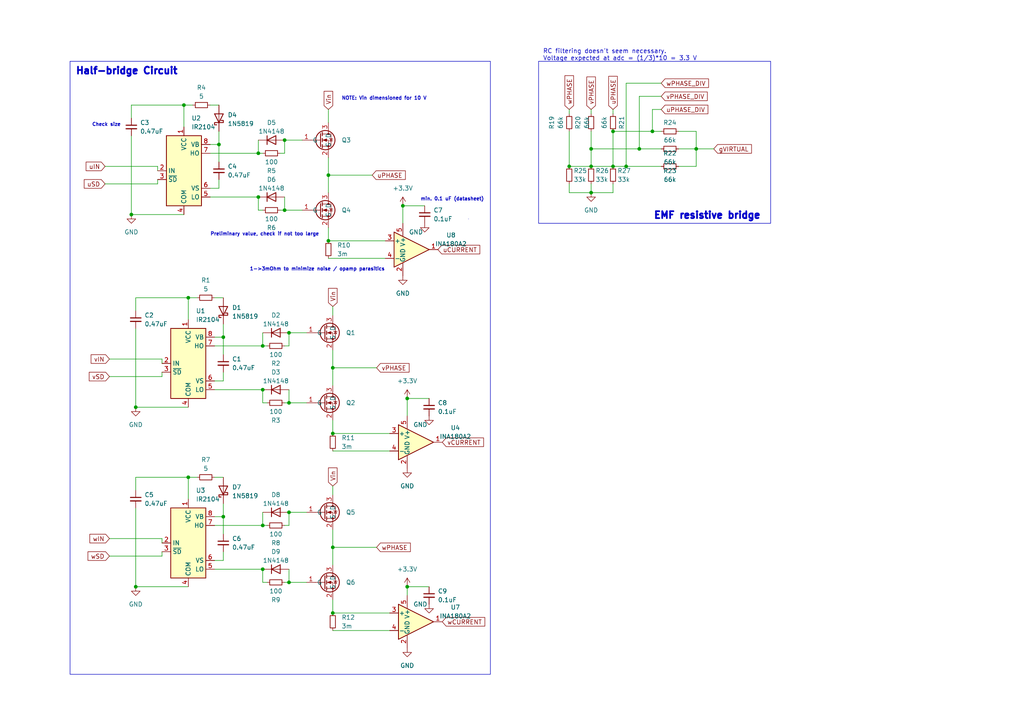
<source format=kicad_sch>
(kicad_sch (version 20230121) (generator eeschema)
  (paper "A4")
  (lib_symbols
    (symbol "Amplifier_Current:INA180A2" (pin_names (offset 0.127))
      (property "Reference" "U" (at 3.81 3.81 0))
      (property "Value" "INA180A2" (at 3.81 -2.54 0))
      (symbol "INA180A2_0_1"
        (polyline (pts (xy 5.08 0) (xy -5.08 5.08) (xy -5.08 -5.08) (xy 5.08 0)) (stroke (width 0.254)) (fill (type background)))
      )
      (symbol "INA180A2_1_1"
        (pin output line (at 7.62 0 180) (length 2.54) (name "~") (number "1"))
        (pin power_in line (at -2.54 -7.62 90) (length 3.81) (name "GND") (number "2"))
        (pin input line (at -7.62 2.54 0) (length 2.54) (name "+") (number "3"))
        (pin input line (at -7.62 -2.54 0) (length 2.54) (name "-") (number "4"))
        (pin power_in line (at -2.54 7.62 270) (length 3.81) (name "V+") (number "5"))
      )
    )
    (symbol "Device:C_Small" (pin_numbers hide) (pin_names (offset 0.254) hide)
      (property "Reference" "C" (at 0.254 1.778 0))
      (property "Value" "C_Small" (at 0.254 -2.032 0))
      (symbol "C_Small_0_1"
        (polyline (pts (xy -1.524 -0.508) (xy 1.524 -0.508)) (stroke (width 0.3302)))
        (polyline (pts (xy -1.524 0.508) (xy 1.524 0.508)) (stroke (width 0.3048)))
      )
      (symbol "C_Small_1_1"
        (pin passive line (at 0 2.54 270) (length 2.032) (name "~") (number "1"))
        (pin passive line (at 0 -2.54 90) (length 2.032) (name "~") (number "2"))
      )
    )
    (symbol "Device:R_Small" (pin_numbers hide) (pin_names (offset 0.254) hide)
      (property "Reference" "R" (at 0.762 0.508 0))
      (property "Value" "R_Small" (at 0.762 -1.016 0))
      (symbol "R_Small_0_1"
        (rectangle (start -0.762 1.778) (end 0.762 -1.778) (stroke (width 0.2032)))
      )
      (symbol "R_Small_1_1"
        (pin passive line (at 0 2.54 270) (length 0.762) (name "~") (number "1"))
        (pin passive line (at 0 -2.54 90) (length 0.762) (name "~") (number "2"))
      )
    )
    (symbol "Diode:1N4148" (pin_numbers hide) (pin_names hide)
      (property "Reference" "D" (at 0 2.54 0))
      (property "Value" "1N4148" (at 0 -2.54 0))
      (symbol "1N4148_0_1"
        (polyline (pts (xy -1.27 1.27) (xy -1.27 -1.27)) (stroke (width 0.254)))
        (polyline (pts (xy 1.27 0) (xy -1.27 0)))
        (polyline (pts (xy 1.27 1.27) (xy 1.27 -1.27) (xy -1.27 0) (xy 1.27 1.27)) (stroke (width 0.254)))
      )
      (symbol "1N4148_1_1"
        (pin passive line (at -3.81 0 0) (length 2.54) (name "K") (number "1"))
        (pin passive line (at 3.81 0 180) (length 2.54) (name "A") (number "2"))
      )
    )
    (symbol "Diode:1N5819" (pin_numbers hide) (pin_names (offset 1.016) hide)
      (property "Reference" "D" (at 0 2.54 0))
      (property "Value" "1N5819" (at 0 -2.54 0))
      (symbol "1N5819_0_1"
        (polyline (pts (xy 1.27 0) (xy -1.27 0)))
        (polyline (pts (xy 1.27 1.27) (xy 1.27 -1.27) (xy -1.27 0) (xy 1.27 1.27)) (stroke (width 0.254)))
        (polyline (pts (xy -1.905 0.635) (xy -1.905 1.27) (xy -1.27 1.27) (xy -1.27 -1.27) (xy -0.635 -1.27) (xy -0.635 -0.635)) (stroke (width 0.254)))
      )
      (symbol "1N5819_1_1"
        (pin passive line (at -3.81 0 0) (length 2.54) (name "K") (number "1"))
        (pin passive line (at 3.81 0 180) (length 2.54) (name "A") (number "2"))
      )
    )
    (symbol "Driver_FET:IR2104"
      (property "Reference" "U" (at 1.27 13.335 0))
      (property "Value" "IR2104" (at 1.27 11.43 0))
      (symbol "IR2104_0_1"
        (rectangle (start -5.08 -10.16) (end 5.08 10.16) (stroke (width 0.254)) (fill (type background)))
      )
      (symbol "IR2104_1_1"
        (pin power_in line (at 0 12.7 270) (length 2.54) (name "VCC") (number "1"))
        (pin input line (at -7.62 0 0) (length 2.54) (name "IN") (number "2"))
        (pin input line (at -7.62 -2.54 0) (length 2.54) (name "~{SD}") (number "3"))
        (pin power_in line (at 0 -12.7 90) (length 2.54) (name "COM") (number "4"))
        (pin output line (at 7.62 -7.62 180) (length 2.54) (name "LO") (number "5"))
        (pin passive line (at 7.62 -5.08 180) (length 2.54) (name "VS") (number "6"))
        (pin output line (at 7.62 5.08 180) (length 2.54) (name "HO") (number "7"))
        (pin passive line (at 7.62 7.62 180) (length 2.54) (name "VB") (number "8"))
      )
    )
    (symbol "bldc_lib:IRFZ44N"
      (property "Reference" "Q" (at -11.43 -8.89 0))
      (symbol "IRFZ44N_0_1"
        (circle (center -0.889 0) (radius 2.794) (stroke (width 0.254)))
        (circle (center 0 -1.778) (radius 0.254) (fill (type outline)))
        (polyline (pts (xy -2.286 0) (xy -5.08 0)))
        (polyline (pts (xy -2.286 1.905) (xy -2.286 -1.905)) (stroke (width 0.254)))
        (polyline (pts (xy -1.778 -1.27) (xy -1.778 -2.286)) (stroke (width 0.254)))
        (polyline (pts (xy -1.778 0.508) (xy -1.778 -0.508)) (stroke (width 0.254)))
        (polyline (pts (xy -1.778 2.286) (xy -1.778 1.27)) (stroke (width 0.254)))
        (polyline (pts (xy 0 2.54) (xy 0 1.778)))
        (polyline (pts (xy 0 -2.54) (xy 0 0) (xy -1.778 0)))
        (polyline (pts (xy -1.778 -1.778) (xy 0.762 -1.778) (xy 0.762 1.778) (xy -1.778 1.778)))
        (polyline (pts (xy -1.524 0) (xy -0.508 0.381) (xy -0.508 -0.381) (xy -1.524 0)) (fill (type outline)))
        (polyline (pts (xy 0.254 0.508) (xy 0.381 0.381) (xy 1.143 0.381) (xy 1.27 0.254)))
        (polyline (pts (xy 0.762 0.381) (xy 0.381 -0.254) (xy 1.143 -0.254) (xy 0.762 0.381)))
        (circle (center 0 1.778) (radius 0.254) (fill (type outline)))
      )
      (symbol "IRFZ44N_1_1"
        (pin input line (at -7.62 0 0) (length 2.54) (name "G") (number "1"))
        (pin passive line (at 0 -5.08 90) (length 2.54) (name "S") (number "2"))
        (pin passive line (at 0 5.08 270) (length 2.54) (name "D") (number "3"))
      )
    )
    (symbol "power:+3.3V" (power) (pin_names (offset 0))
      (property "Value" "+3.3V" (at 0 3.556 0))
      (symbol "+3.3V_0_1"
        (polyline (pts (xy -0.762 1.27) (xy 0 2.54)))
        (polyline (pts (xy 0 0) (xy 0 2.54)))
        (polyline (pts (xy 0 2.54) (xy 0.762 1.27)))
      )
      (symbol "+3.3V_1_1"
        (pin power_in line (at 0 0 90) (length 0) hide (name "+3.3V") (number "1"))
      )
    )
    (symbol "power:GND" (power) (pin_names (offset 0))
      (property "Value" "GND" (at 0 -3.81 0))
      (symbol "GND_0_1"
        (polyline (pts (xy 0 0) (xy 0 -1.27) (xy 1.27 -1.27) (xy 0 -2.54) (xy -1.27 -1.27) (xy 0 -1.27)))
      )
      (symbol "GND_1_1"
        (pin power_in line (at 0 0 270) (length 0) hide (name "GND") (number "1"))
      )
    )
  )
  (junction (at 189.23 38.1))
  (junction (at 64.77 149.86))
  (junction (at 53.34 30.48))
  (junction (at 165.1 48.26))
  (junction (at 39.37 118.11))
  (junction (at 64.77 97.79))
  (junction (at 76.2 113.03))
  (junction (at 95.25 69.85))
  (junction (at 118.11 115.57))
  (junction (at 96.52 177.8))
  (junction (at 83.82 96.52))
  (junction (at 118.11 170.18))
  (junction (at 116.84 59.69))
  (junction (at 83.82 116.84))
  (junction (at 38.1 62.23))
  (junction (at 181.61 48.26))
  (junction (at 54.61 138.43))
  (junction (at 171.45 43.18))
  (junction (at 74.93 57.15))
  (junction (at 96.52 106.68))
  (junction (at 171.45 55.88))
  (junction (at 76.2 100.33))
  (junction (at 185.42 43.18))
  (junction (at 83.82 148.59))
  (junction (at 177.8 38.1))
  (junction (at 95.25 50.8))
  (junction (at 76.2 165.1))
  (junction (at 171.45 48.26))
  (junction (at 82.55 60.96))
  (junction (at 96.52 158.75))
  (junction (at 82.55 40.64))
  (junction (at 177.8 48.26))
  (junction (at 96.52 125.73))
  (junction (at 83.82 168.91))
  (junction (at 63.5 41.91))
  (junction (at 54.61 86.36))
  (junction (at 201.93 43.18))
  (junction (at 76.2 152.4))
  (junction (at 74.93 44.45))
  (junction (at 39.37 170.18))
  (wire (pts (xy 191.77 24.13) (xy 181.61 24.13)))
  (wire (pts (xy 63.5 46.99) (xy 63.5 41.91)))
  (wire (pts (xy 60.96 41.91) (xy 63.5 41.91)))
  (wire (pts (xy 53.34 30.48) (xy 53.34 36.83)))
  (wire (pts (xy 95.25 50.8) (xy 95.25 55.88)))
  (wire (pts (xy 60.96 54.61) (xy 63.5 54.61)))
  (wire (pts (xy 95.25 69.85) (xy 111.76 69.85)))
  (wire (pts (xy 201.93 43.18) (xy 196.85 43.18)))
  (wire (pts (xy 171.45 48.26) (xy 177.8 48.26)))
  (wire (pts (xy 76.2 60.96) (xy 74.93 60.96)))
  (wire (pts (xy 39.37 118.11) (xy 54.61 118.11)))
  (wire (pts (xy 76.2 168.91) (xy 76.2 165.1)))
  (wire (pts (xy 82.55 116.84) (xy 83.82 116.84)))
  (wire (pts (xy 201.93 38.1) (xy 196.85 38.1)))
  (wire (pts (xy 45.72 48.26) (xy 45.72 49.53)))
  (wire (pts (xy 74.93 60.96) (xy 74.93 57.15)))
  (wire (pts (xy 39.37 170.18) (xy 54.61 170.18)))
  (wire (pts (xy 118.11 170.18) (xy 124.46 170.18)))
  (wire (pts (xy 189.23 31.75) (xy 189.23 38.1)))
  (wire (pts (xy 39.37 138.43) (xy 54.61 138.43)))
  (wire (pts (xy 165.1 38.1) (xy 165.1 48.26)))
  (wire (pts (xy 177.8 31.75) (xy 177.8 33.02)))
  (wire (pts (xy 96.52 158.75) (xy 96.52 163.83)))
  (wire (pts (xy 46.99 104.14) (xy 46.99 105.41)))
  (wire (pts (xy 165.1 31.75) (xy 165.1 33.02)))
  (wire (pts (xy 38.1 62.23) (xy 53.34 62.23)))
  (wire (pts (xy 83.82 96.52) (xy 88.9 96.52)))
  (wire (pts (xy 77.47 116.84) (xy 76.2 116.84)))
  (wire (pts (xy 177.8 48.26) (xy 181.61 48.26)))
  (wire (pts (xy 96.52 182.88) (xy 113.03 182.88)))
  (wire (pts (xy 39.37 90.17) (xy 39.37 86.36)))
  (wire (pts (xy 201.93 48.26) (xy 196.85 48.26)))
  (wire (pts (xy 83.82 148.59) (xy 88.9 148.59)))
  (wire (pts (xy 185.42 43.18) (xy 191.77 43.18)))
  (wire (pts (xy 31.75 161.29) (xy 46.99 161.29)))
  (wire (pts (xy 96.52 177.8) (xy 113.03 177.8)))
  (wire (pts (xy 165.1 53.34) (xy 165.1 55.88)))
  (wire (pts (xy 77.47 168.91) (xy 76.2 168.91)))
  (wire (pts (xy 83.82 148.59) (xy 83.82 152.4)))
  (wire (pts (xy 62.23 97.79) (xy 64.77 97.79)))
  (wire (pts (xy 39.37 147.32) (xy 39.37 170.18)))
  (wire (pts (xy 39.37 142.24) (xy 39.37 138.43)))
  (wire (pts (xy 46.99 161.29) (xy 46.99 160.02)))
  (wire (pts (xy 62.23 113.03) (xy 76.2 113.03)))
  (wire (pts (xy 189.23 38.1) (xy 191.77 38.1)))
  (wire (pts (xy 64.77 154.94) (xy 64.77 149.86)))
  (wire (pts (xy 76.2 152.4) (xy 77.47 152.4)))
  (wire (pts (xy 82.55 40.64) (xy 87.63 40.64)))
  (wire (pts (xy 177.8 53.34) (xy 177.8 55.88)))
  (wire (pts (xy 82.55 60.96) (xy 82.55 57.15)))
  (wire (pts (xy 54.61 138.43) (xy 54.61 144.78)))
  (wire (pts (xy 96.52 121.92) (xy 96.52 125.73)))
  (wire (pts (xy 31.75 104.14) (xy 46.99 104.14)))
  (wire (pts (xy 64.77 146.05) (xy 64.77 149.86)))
  (wire (pts (xy 191.77 27.94) (xy 185.42 27.94)))
  (wire (pts (xy 96.52 158.75) (xy 109.22 158.75)))
  (wire (pts (xy 62.23 86.36) (xy 64.77 86.36)))
  (wire (pts (xy 83.82 96.52) (xy 83.82 100.33)))
  (wire (pts (xy 82.55 152.4) (xy 83.82 152.4)))
  (wire (pts (xy 74.93 40.64) (xy 74.93 44.45)))
  (wire (pts (xy 165.1 48.26) (xy 171.45 48.26)))
  (wire (pts (xy 83.82 168.91) (xy 88.9 168.91)))
  (wire (pts (xy 83.82 116.84) (xy 88.9 116.84)))
  (wire (pts (xy 76.2 116.84) (xy 76.2 113.03)))
  (wire (pts (xy 165.1 55.88) (xy 171.45 55.88)))
  (wire (pts (xy 38.1 39.37) (xy 38.1 62.23)))
  (wire (pts (xy 96.52 130.81) (xy 113.03 130.81)))
  (wire (pts (xy 116.84 59.69) (xy 123.19 59.69)))
  (wire (pts (xy 82.55 60.96) (xy 87.63 60.96)))
  (wire (pts (xy 82.55 168.91) (xy 83.82 168.91)))
  (wire (pts (xy 96.52 101.6) (xy 96.52 106.68)))
  (wire (pts (xy 62.23 110.49) (xy 64.77 110.49)))
  (wire (pts (xy 191.77 31.75) (xy 189.23 31.75)))
  (wire (pts (xy 76.2 100.33) (xy 77.47 100.33)))
  (wire (pts (xy 201.93 38.1) (xy 201.93 43.18)))
  (wire (pts (xy 62.23 100.33) (xy 76.2 100.33)))
  (wire (pts (xy 96.52 140.97) (xy 96.52 143.51)))
  (wire (pts (xy 96.52 88.9) (xy 96.52 91.44)))
  (wire (pts (xy 116.84 59.69) (xy 116.84 64.77)))
  (wire (pts (xy 60.96 44.45) (xy 74.93 44.45)))
  (wire (pts (xy 171.45 31.75) (xy 171.45 33.02)))
  (wire (pts (xy 31.75 156.21) (xy 46.99 156.21)))
  (wire (pts (xy 62.23 152.4) (xy 76.2 152.4)))
  (wire (pts (xy 64.77 93.98) (xy 64.77 97.79)))
  (wire (pts (xy 96.52 153.67) (xy 96.52 158.75)))
  (wire (pts (xy 81.28 60.96) (xy 82.55 60.96)))
  (wire (pts (xy 118.11 115.57) (xy 118.11 120.65)))
  (wire (pts (xy 46.99 156.21) (xy 46.99 157.48)))
  (wire (pts (xy 177.8 55.88) (xy 171.45 55.88)))
  (wire (pts (xy 95.25 74.93) (xy 111.76 74.93)))
  (wire (pts (xy 83.82 168.91) (xy 83.82 165.1)))
  (wire (pts (xy 54.61 86.36) (xy 54.61 92.71)))
  (wire (pts (xy 81.28 44.45) (xy 82.55 44.45)))
  (wire (pts (xy 64.77 102.87) (xy 64.77 97.79)))
  (wire (pts (xy 60.96 57.15) (xy 74.93 57.15)))
  (wire (pts (xy 201.93 43.18) (xy 207.01 43.18)))
  (wire (pts (xy 96.52 106.68) (xy 96.52 111.76)))
  (wire (pts (xy 181.61 24.13) (xy 181.61 48.26)))
  (wire (pts (xy 96.52 173.99) (xy 96.52 177.8)))
  (wire (pts (xy 62.23 138.43) (xy 64.77 138.43)))
  (wire (pts (xy 96.52 125.73) (xy 113.03 125.73)))
  (wire (pts (xy 171.45 43.18) (xy 185.42 43.18)))
  (wire (pts (xy 83.82 116.84) (xy 83.82 113.03)))
  (wire (pts (xy 177.8 38.1) (xy 189.23 38.1)))
  (wire (pts (xy 64.77 160.02) (xy 64.77 162.56)))
  (wire (pts (xy 62.23 149.86) (xy 64.77 149.86)))
  (wire (pts (xy 31.75 109.22) (xy 46.99 109.22)))
  (wire (pts (xy 82.55 40.64) (xy 82.55 44.45)))
  (wire (pts (xy 95.25 45.72) (xy 95.25 50.8)))
  (wire (pts (xy 30.48 53.34) (xy 45.72 53.34)))
  (wire (pts (xy 62.23 162.56) (xy 64.77 162.56)))
  (wire (pts (xy 185.42 27.94) (xy 185.42 43.18)))
  (wire (pts (xy 96.52 106.68) (xy 109.22 106.68)))
  (wire (pts (xy 63.5 52.07) (xy 63.5 54.61)))
  (wire (pts (xy 62.23 165.1) (xy 76.2 165.1)))
  (wire (pts (xy 46.99 109.22) (xy 46.99 107.95)))
  (wire (pts (xy 30.48 48.26) (xy 45.72 48.26)))
  (wire (pts (xy 74.93 44.45) (xy 76.2 44.45)))
  (wire (pts (xy 95.25 31.75) (xy 95.25 35.56)))
  (wire (pts (xy 118.11 170.18) (xy 118.11 172.72)))
  (wire (pts (xy 45.72 53.34) (xy 45.72 52.07)))
  (wire (pts (xy 38.1 34.29) (xy 38.1 30.48)))
  (wire (pts (xy 38.1 30.48) (xy 53.34 30.48)))
  (wire (pts (xy 82.55 100.33) (xy 83.82 100.33)))
  (wire (pts (xy 118.11 115.57) (xy 124.46 115.57)))
  (wire (pts (xy 57.15 138.43) (xy 54.61 138.43)))
  (wire (pts (xy 177.8 38.1) (xy 177.8 48.26)))
  (wire (pts (xy 55.88 30.48) (xy 53.34 30.48)))
  (wire (pts (xy 171.45 53.34) (xy 171.45 55.88)))
  (wire (pts (xy 171.45 38.1) (xy 171.45 43.18)))
  (wire (pts (xy 76.2 148.59) (xy 76.2 152.4)))
  (wire (pts (xy 95.25 66.04) (xy 95.25 69.85)))
  (wire (pts (xy 39.37 95.25) (xy 39.37 118.11)))
  (wire (pts (xy 39.37 86.36) (xy 54.61 86.36)))
  (wire (pts (xy 181.61 48.26) (xy 191.77 48.26)))
  (wire (pts (xy 76.2 96.52) (xy 76.2 100.33)))
  (wire (pts (xy 171.45 43.18) (xy 171.45 48.26)))
  (wire (pts (xy 95.25 50.8) (xy 107.95 50.8)))
  (wire (pts (xy 57.15 86.36) (xy 54.61 86.36)))
  (wire (pts (xy 64.77 107.95) (xy 64.77 110.49)))
  (wire (pts (xy 201.93 43.18) (xy 201.93 48.26)))
  (wire (pts (xy 63.5 38.1) (xy 63.5 41.91)))
  (wire (pts (xy 60.96 30.48) (xy 63.5 30.48)))
  (rectangle (start 20.32 17.78) (end 142.24 195.58))
  (rectangle (start 156.21 17.78) (end 223.52 64.77))
  (text_box "Half-bridge Circuit" (at 20.32 17.78 0) (size 35.56 5.08) (stroke (width -0.0001)) (effects (font (size 2 2) (thickness 2) bold) (justify left top)))
  (text_box "EMF resistive bridge" (at 187.96 59.69 0) (size 40.64 5.08) (stroke (width -0.0001)) (effects (font (size 2 2) (thickness 2) bold) (justify left top)))
  (text_box "" (at 135.89 63.5 0) (size 0 0) (effects (font (size 1 1) bold) (justify left top)))
  (text "RC filtering doesn't seem necessary.\nVoltage expected at adc = (1/3)*10 = 3.3 V\n" (at 157.48 17.78 0) (effects (font (size 1.27 1.27)) (justify left bottom)))
  (text "Check size" (at 26.67 36.83 0) (effects (font (size 1 1) bold) (justify left bottom)))
  (text "Preliminary value, check if not too large" (at 60.96 68.58 0) (effects (font (size 1 1) bold) (justify left bottom)))
  (text "min. 0.1 uF (datasheet)\n" (at 121.92 58.42 0) (effects (font (size 1 1) bold) (justify left bottom)))
  (text "1->3mOhm to minimize noise / opamp parasitics" (at 72.39 78.74 0) (effects (font (size 1 1) bold) (justify left bottom)))
  (text "NOTE: Vin dimensioned for 10 V\n" (at 99.06 29.21 0) (effects (font (size 1 1) bold) (justify left bottom)))
  (global_label "wPHASE_DIV" (shape input) (at 191.77 24.13 0) (property "Intersheetrefs" "${INTERSHEET_REFS}" (effects hide)))
  (global_label "wCURRENT" (shape input) (at 128.27 180.34 0) (property "Intersheetrefs" "${INTERSHEET_REFS}" (effects hide)))
  (global_label "uIN" (shape input) (at 30.48 48.26 180) (property "Intersheetrefs" "${INTERSHEET_REFS}" (effects hide)))
  (global_label "gVIRTUAL" (shape input) (at 207.01 43.18 0) (property "Intersheetrefs" "${INTERSHEET_REFS}" (effects hide)))
  (global_label "wPHASE" (shape input) (at 109.22 158.75 0) (property "Intersheetrefs" "${INTERSHEET_REFS}" (effects hide)))
  (global_label "Vin" (shape input) (at 96.52 88.9 90) (property "Intersheetrefs" "${INTERSHEET_REFS}" (effects hide)))
  (global_label "vPHASE_DIV" (shape input) (at 191.77 27.94 0) (property "Intersheetrefs" "${INTERSHEET_REFS}" (effects hide)))
  (global_label "wIN" (shape input) (at 31.75 156.21 180) (property "Intersheetrefs" "${INTERSHEET_REFS}" (effects hide)))
  (global_label "Vin" (shape input) (at 96.52 140.97 90) (property "Intersheetrefs" "${INTERSHEET_REFS}" (effects hide)))
  (global_label "uPHASE" (shape input) (at 107.95 50.8 0) (property "Intersheetrefs" "${INTERSHEET_REFS}" (effects hide)))
  (global_label "vIN" (shape input) (at 31.75 104.14 180) (property "Intersheetrefs" "${INTERSHEET_REFS}" (effects hide)))
  (global_label "uPHASE_DIV" (shape input) (at 191.77 31.75 0) (property "Intersheetrefs" "${INTERSHEET_REFS}" (effects hide)))
  (global_label "vSD" (shape input) (at 31.75 109.22 180) (property "Intersheetrefs" "${INTERSHEET_REFS}" (effects hide)))
  (global_label "vPHASE" (shape input) (at 171.45 31.75 90) (property "Intersheetrefs" "${INTERSHEET_REFS}" (effects hide)))
  (global_label "uSD" (shape input) (at 30.48 53.34 180) (property "Intersheetrefs" "${INTERSHEET_REFS}" (effects hide)))
  (global_label "wPHASE" (shape input) (at 165.1 31.75 90) (property "Intersheetrefs" "${INTERSHEET_REFS}" (effects hide)))
  (global_label "Vin" (shape input) (at 95.25 31.75 90) (property "Intersheetrefs" "${INTERSHEET_REFS}" (effects hide)))
  (global_label "wSD" (shape input) (at 31.75 161.29 180) (property "Intersheetrefs" "${INTERSHEET_REFS}" (effects hide)))
  (global_label "vPHASE" (shape input) (at 109.22 106.68 0) (property "Intersheetrefs" "${INTERSHEET_REFS}" (effects hide)))
  (global_label "uPHASE" (shape input) (at 177.8 31.75 90) (property "Intersheetrefs" "${INTERSHEET_REFS}" (effects hide)))
  (global_label "uCURRENT" (shape input) (at 127 72.39 0) (property "Intersheetrefs" "${INTERSHEET_REFS}" (effects hide)))
  (global_label "vCURRENT" (shape input) (at 128.27 128.27 0) (property "Intersheetrefs" "${INTERSHEET_REFS}" (effects hide)))
  (symbol (lib_id "Device:R_Small") (at 80.01 116.84 90) (unit 1)
    (property "Reference" "R3" (at 80.01 121.92 90))
    (property "Value" "100" (at 80.01 119.38 90))
  )
  (symbol (lib_id "power:+3.3V") (at 118.11 170.18 0) (unit 1)
    (property "Reference" "#PWR05" (effects hide))
    (property "Value" "+3.3V" (at 118.11 165.1 0))
  )
  (symbol (lib_id "Device:R_Small") (at 165.1 50.8 180) (unit 1)
    (property "Reference" "R25" (at 166.37 49.53 0) (effects (justify right)))
    (property "Value" "33k" (at 166.37 52.07 0) (effects (justify right)))
  )
  (symbol (lib_id "bldc_lib:IRFZ44N") (at 96.52 96.52 0) (unit 1)
    (property "Reference" "Q1" (at 100.33 96.52 0) (effects (justify left)))
    (property "Value" "IRFZ44N" (effects hide))
    (property "Footprint" "Package_TO_SOT_THT:TO-220-3_Vertical" (effects hide))
    (property "Datasheet" "https://www.infineon.com/dgdl/Infineon-IRFZ44N-DataSheet-v01_01-EN.pdf?fileId=5546d462533600a40153563b3a9f220d" (effects hide))
    (property "Sim.Library" "/home/iwolfs/Projects/Electronics/simulations/spice_lib/irfz44n.spi" (effects hide))
  )
  (symbol (lib_id "Diode:1N4148") (at 80.01 113.03 0) (unit 1)
    (property "Reference" "D3" (at 80.01 107.95 0))
    (property "Value" "1N4148" (at 80.01 110.49 0))
    (property "Footprint" "Diode_THT:D_DO-35_SOD27_P7.62mm_Horizontal" (effects hide))
    (property "Datasheet" "https://assets.nexperia.com/documents/data-sheet/1N4148_1N4448.pdf" (effects hide))
    (property "Sim.Device" "D" (effects hide))
    (property "Sim.Pins" "1=K 2=A" (effects hide))
  )
  (symbol (lib_id "Diode:1N4148") (at 78.74 40.64 0) (unit 1)
    (property "Reference" "D5" (at 78.74 35.56 0))
    (property "Value" "1N4148" (at 78.74 38.1 0))
    (property "Footprint" "Diode_THT:D_DO-35_SOD27_P7.62mm_Horizontal" (effects hide))
    (property "Datasheet" "https://assets.nexperia.com/documents/data-sheet/1N4148_1N4448.pdf" (effects hide))
    (property "Sim.Device" "D" (effects hide))
    (property "Sim.Pins" "1=K 2=A" (effects hide))
  )
  (symbol (lib_id "Device:R_Small") (at 171.45 50.8 180) (unit 1)
    (property "Reference" "R26" (at 172.72 49.53 0) (effects (justify right)))
    (property "Value" "33k" (at 172.72 52.07 0) (effects (justify right)))
  )
  (symbol (lib_id "Device:C_Small") (at 39.37 144.78 0) (unit 1)
    (property "Reference" "C5" (at 41.91 143.5163 0) (effects (justify left)))
    (property "Value" "0.47uF" (at 41.91 146.0563 0) (effects (justify left)))
  )
  (symbol (lib_id "Device:R_Small") (at 58.42 30.48 90) (unit 1)
    (property "Reference" "R4" (at 58.42 25.4 90))
    (property "Value" "5" (at 58.42 27.94 90))
  )
  (symbol (lib_id "Diode:1N4148") (at 80.01 96.52 0) (unit 1)
    (property "Reference" "D2" (at 80.01 91.44 0))
    (property "Value" "1N4148" (at 80.01 93.98 0))
    (property "Footprint" "Diode_THT:D_DO-35_SOD27_P7.62mm_Horizontal" (effects hide))
    (property "Datasheet" "https://assets.nexperia.com/documents/data-sheet/1N4148_1N4448.pdf" (effects hide))
    (property "Sim.Device" "D" (effects hide))
    (property "Sim.Pins" "1=K 2=A" (effects hide))
  )
  (symbol (lib_id "power:GND") (at 118.11 135.89 0) (unit 1)
    (property "Reference" "#PWR07" (effects hide))
    (property "Value" "GND" (at 118.11 140.97 0))
  )
  (symbol (lib_id "power:+3.3V") (at 118.11 115.57 0) (unit 1)
    (property "Reference" "#PWR06" (effects hide))
    (property "Value" "+3.3V" (at 118.11 110.49 0))
  )
  (symbol (lib_id "bldc_lib:IRFZ44N") (at 96.52 148.59 0) (unit 1)
    (property "Reference" "Q5" (at 100.33 148.59 0) (effects (justify left)))
    (property "Value" "IRFZ44N" (effects hide))
    (property "Footprint" "Package_TO_SOT_THT:TO-220-3_Vertical" (effects hide))
    (property "Datasheet" "https://www.infineon.com/dgdl/Infineon-IRFZ44N-DataSheet-v01_01-EN.pdf?fileId=5546d462533600a40153563b3a9f220d" (effects hide))
    (property "Sim.Library" "/home/iwolfs/Projects/Electronics/simulations/spice_lib/irfz44n.spi" (effects hide))
  )
  (symbol (lib_id "Driver_FET:IR2104") (at 53.34 49.53 0) (unit 1)
    (property "Reference" "U2" (at 55.5341 34.29 0) (effects (justify left)))
    (property "Value" "IR2104" (at 55.5341 36.83 0) (effects (justify left)))
    (property "Datasheet" "https://www.infineon.com/dgdl/ir2104.pdf?fileId=5546d462533600a4015355c7c1c31671" (effects hide))
    (property "Sim.Library" "/home/iwolfs/Projects/Electronics/simulations/spice_lib/IR2104/Model/IR2104.lib" (effects hide))
  )
  (symbol (lib_id "bldc_lib:IRFZ44N") (at 95.25 40.64 0) (unit 1)
    (property "Reference" "Q3" (at 99.06 40.64 0) (effects (justify left)))
    (property "Value" "IRFZ44N" (effects hide))
    (property "Footprint" "Package_TO_SOT_THT:TO-220-3_Vertical" (effects hide))
    (property "Datasheet" "https://www.infineon.com/dgdl/Infineon-IRFZ44N-DataSheet-v01_01-EN.pdf?fileId=5546d462533600a40153563b3a9f220d" (effects hide))
    (property "Sim.Library" "/home/iwolfs/Projects/Electronics/simulations/spice_lib/irfz44n.spi" (effects hide))
  )
  (symbol (lib_id "Device:C_Small") (at 63.5 49.53 0) (unit 1)
    (property "Reference" "C4" (at 66.04 48.2663 0) (effects (justify left)))
    (property "Value" "0.47uF" (at 66.04 50.8063 0) (effects (justify left)))
  )
  (symbol (lib_id "power:+3.3V") (at 116.84 59.69 0) (unit 1)
    (property "Reference" "#PWR08" (effects hide))
    (property "Value" "+3.3V" (at 116.84 54.61 0))
  )
  (symbol (lib_id "Diode:1N4148") (at 80.01 148.59 0) (unit 1)
    (property "Reference" "D8" (at 80.01 143.51 0))
    (property "Value" "1N4148" (at 80.01 146.05 0))
    (property "Footprint" "Diode_THT:D_DO-35_SOD27_P7.62mm_Horizontal" (effects hide))
    (property "Datasheet" "https://assets.nexperia.com/documents/data-sheet/1N4148_1N4448.pdf" (effects hide))
    (property "Sim.Device" "D" (effects hide))
    (property "Sim.Pins" "1=K 2=A" (effects hide))
  )
  (symbol (lib_id "power:GND") (at 124.46 175.26 0) (unit 1)
    (property "Reference" "#PWR012" (effects hide))
    (property "Value" "GND" (at 121.92 175.26 0))
  )
  (symbol (lib_id "Device:R_Small") (at 78.74 44.45 90) (unit 1)
    (property "Reference" "R5" (at 78.74 49.53 90))
    (property "Value" "100" (at 78.74 46.99 90))
  )
  (symbol (lib_id "Device:C_Small") (at 124.46 118.11 0) (unit 1)
    (property "Reference" "C8" (at 127 116.8463 0) (effects (justify left)))
    (property "Value" "0.1uF" (at 127 119.3863 0) (effects (justify left)))
  )
  (symbol (lib_id "Diode:1N4148") (at 80.01 165.1 0) (unit 1)
    (property "Reference" "D9" (at 80.01 160.02 0))
    (property "Value" "1N4148" (at 80.01 162.56 0))
    (property "Footprint" "Diode_THT:D_DO-35_SOD27_P7.62mm_Horizontal" (effects hide))
    (property "Datasheet" "https://assets.nexperia.com/documents/data-sheet/1N4148_1N4448.pdf" (effects hide))
    (property "Sim.Device" "D" (effects hide))
    (property "Sim.Pins" "1=K 2=A" (effects hide))
  )
  (symbol (lib_id "power:GND") (at 39.37 170.18 0) (unit 1)
    (property "Reference" "#PWR03" (effects hide))
    (property "Value" "GND" (at 39.37 175.26 0))
  )
  (symbol (lib_id "Device:R_Small") (at 194.31 48.26 90) (unit 1)
    (property "Reference" "R23" (at 194.31 49.53 90))
    (property "Value" "66k" (at 194.31 52.07 90))
  )
  (symbol (lib_id "Device:R_Small") (at 171.45 35.56 0) (unit 1)
    (property "Reference" "R20" (at 167.64 35.56 90))
    (property "Value" "66k" (at 170.18 35.56 90))
  )
  (symbol (lib_id "power:GND") (at 39.37 118.11 0) (unit 1)
    (property "Reference" "#PWR02" (effects hide))
    (property "Value" "GND" (at 39.37 123.19 0))
  )
  (symbol (lib_id "Device:C_Small") (at 124.46 172.72 0) (unit 1)
    (property "Reference" "C9" (at 127 171.4563 0) (effects (justify left)))
    (property "Value" "0.1uF" (at 127 173.9963 0) (effects (justify left)))
  )
  (symbol (lib_id "Device:C_Small") (at 39.37 92.71 0) (unit 1)
    (property "Reference" "C2" (at 41.91 91.4463 0) (effects (justify left)))
    (property "Value" "0.47uF" (at 41.91 93.9863 0) (effects (justify left)))
  )
  (symbol (lib_id "Device:R_Small") (at 59.69 138.43 90) (unit 1)
    (property "Reference" "R7" (at 59.69 133.35 90))
    (property "Value" "5" (at 59.69 135.89 90))
  )
  (symbol (lib_id "power:GND") (at 171.45 55.88 0) (unit 1)
    (property "Reference" "#PWR013" (effects hide))
    (property "Value" "GND" (at 171.45 60.96 0))
  )
  (symbol (lib_id "Amplifier_Current:INA180A2") (at 120.65 180.34 0) (unit 1)
    (property "Reference" "U7" (at 132.08 176.1491 0))
    (property "Value" "INA180A2" (at 132.08 178.6891 0))
    (property "Footprint" "Package_TO_SOT_SMD:SOT-23-5" (effects hide))
    (property "Datasheet" "http://www.ti.com/lit/ds/symlink/ina180.pdf" (effects hide))
  )
  (symbol (lib_id "Diode:1N5819") (at 64.77 142.24 90) (unit 1)
    (property "Reference" "D7" (at 67.31 141.2875 90) (effects (justify right)))
    (property "Value" "1N5819" (at 67.31 143.8275 90) (effects (justify right)))
    (property "Footprint" "Diode_THT:D_DO-41_SOD81_P10.16mm_Horizontal" (effects hide))
    (property "Datasheet" "http://www.vishay.com/docs/88525/1n5817.pdf" (effects hide))
  )
  (symbol (lib_id "Diode:1N5819") (at 64.77 90.17 90) (unit 1)
    (property "Reference" "D1" (at 67.31 89.2175 90) (effects (justify right)))
    (property "Value" "1N5819" (at 67.31 91.7575 90) (effects (justify right)))
    (property "Footprint" "Diode_THT:D_DO-41_SOD81_P10.16mm_Horizontal" (effects hide))
    (property "Datasheet" "http://www.vishay.com/docs/88525/1n5817.pdf" (effects hide))
  )
  (symbol (lib_id "Device:R_Small") (at 177.8 50.8 180) (unit 1)
    (property "Reference" "R27" (at 179.07 49.53 0) (effects (justify right)))
    (property "Value" "33k" (at 179.07 52.07 0) (effects (justify right)))
  )
  (symbol (lib_id "Device:C_Small") (at 64.77 105.41 0) (unit 1)
    (property "Reference" "C1" (at 67.31 104.1463 0) (effects (justify left)))
    (property "Value" "0.47uF" (at 67.31 106.6863 0) (effects (justify left)))
  )
  (symbol (lib_id "Device:R_Small") (at 80.01 100.33 90) (unit 1)
    (property "Reference" "R2" (at 80.01 105.41 90))
    (property "Value" "100" (at 80.01 102.87 90))
  )
  (symbol (lib_id "Device:C_Small") (at 64.77 157.48 0) (unit 1)
    (property "Reference" "C6" (at 67.31 156.2163 0) (effects (justify left)))
    (property "Value" "0.47uF" (at 67.31 158.7563 0) (effects (justify left)))
  )
  (symbol (lib_id "Driver_FET:IR2104") (at 54.61 157.48 0) (unit 1)
    (property "Reference" "U3" (at 56.8041 142.24 0) (effects (justify left)))
    (property "Value" "IR2104" (at 56.8041 144.78 0) (effects (justify left)))
    (property "Datasheet" "https://www.infineon.com/dgdl/ir2104.pdf?fileId=5546d462533600a4015355c7c1c31671" (effects hide))
    (property "Sim.Library" "/home/iwolfs/Projects/Electronics/simulations/spice_lib/IR2104/Model/IR2104.lib" (effects hide))
  )
  (symbol (lib_id "Device:R_Small") (at 78.74 60.96 90) (unit 1)
    (property "Reference" "R6" (at 78.74 66.04 90))
    (property "Value" "100" (at 78.74 63.5 90))
  )
  (symbol (lib_id "Device:R_Small") (at 80.01 168.91 90) (unit 1)
    (property "Reference" "R9" (at 80.01 173.99 90))
    (property "Value" "100" (at 80.01 171.45 90))
  )
  (symbol (lib_id "Device:R_Small") (at 80.01 152.4 90) (unit 1)
    (property "Reference" "R8" (at 80.01 157.48 90))
    (property "Value" "100" (at 80.01 154.94 90))
  )
  (symbol (lib_id "bldc_lib:IRFZ44N") (at 96.52 116.84 0) (unit 1)
    (property "Reference" "Q2" (at 100.33 116.84 0) (effects (justify left)))
    (property "Value" "IRFZ44N" (effects hide))
    (property "Footprint" "Package_TO_SOT_THT:TO-220-3_Vertical" (effects hide))
    (property "Datasheet" "https://www.infineon.com/dgdl/Infineon-IRFZ44N-DataSheet-v01_01-EN.pdf?fileId=5546d462533600a40153563b3a9f220d" (effects hide))
    (property "Sim.Library" "/home/iwolfs/Projects/Electronics/simulations/spice_lib/irfz44n.spi" (effects hide))
  )
  (symbol (lib_id "Device:R_Small") (at 165.1 35.56 0) (unit 1)
    (property "Reference" "R19" (at 160.02 35.56 90))
    (property "Value" "66k" (at 162.56 35.56 90))
  )
  (symbol (lib_id "power:GND") (at 124.46 120.65 0) (unit 1)
    (property "Reference" "#PWR011" (effects hide))
    (property "Value" "GND" (at 121.92 123.19 0))
  )
  (symbol (lib_id "Device:R_Small") (at 194.31 43.18 90) (unit 1)
    (property "Reference" "R22" (at 194.31 44.45 90))
    (property "Value" "66k" (at 194.31 46.99 90))
  )
  (symbol (lib_id "Device:R_Small") (at 96.52 180.34 0) (unit 1)
    (property "Reference" "R12" (at 99.06 179.07 0) (effects (justify left)))
    (property "Value" "3m" (at 99.06 181.61 0) (effects (justify left)))
  )
  (symbol (lib_id "power:GND") (at 123.19 64.77 0) (unit 1)
    (property "Reference" "#PWR010" (effects hide))
    (property "Value" "GND" (at 120.65 67.31 0))
  )
  (symbol (lib_id "Diode:1N4148") (at 78.74 57.15 0) (unit 1)
    (property "Reference" "D6" (at 78.74 52.07 0))
    (property "Value" "1N4148" (at 78.74 54.61 0))
    (property "Footprint" "Diode_THT:D_DO-35_SOD27_P7.62mm_Horizontal" (effects hide))
    (property "Datasheet" "https://assets.nexperia.com/documents/data-sheet/1N4148_1N4448.pdf" (effects hide))
    (property "Sim.Device" "D" (effects hide))
    (property "Sim.Pins" "1=K 2=A" (effects hide))
  )
  (symbol (lib_id "bldc_lib:IRFZ44N") (at 96.52 168.91 0) (unit 1)
    (property "Reference" "Q6" (at 100.33 168.91 0) (effects (justify left)))
    (property "Value" "IRFZ44N" (effects hide))
    (property "Footprint" "Package_TO_SOT_THT:TO-220-3_Vertical" (effects hide))
    (property "Datasheet" "https://www.infineon.com/dgdl/Infineon-IRFZ44N-DataSheet-v01_01-EN.pdf?fileId=5546d462533600a40153563b3a9f220d" (effects hide))
    (property "Sim.Library" "/home/iwolfs/Projects/Electronics/simulations/spice_lib/irfz44n.spi" (effects hide))
  )
  (symbol (lib_id "Device:R_Small") (at 96.52 128.27 0) (unit 1)
    (property "Reference" "R11" (at 99.06 127 0) (effects (justify left)))
    (property "Value" "3m" (at 99.06 129.54 0) (effects (justify left)))
  )
  (symbol (lib_id "Device:C_Small") (at 123.19 62.23 0) (unit 1)
    (property "Reference" "C7" (at 125.73 60.9663 0) (effects (justify left)))
    (property "Value" "0.1uF" (at 125.73 63.5063 0) (effects (justify left)))
  )
  (symbol (lib_id "Driver_FET:IR2104") (at 54.61 105.41 0) (unit 1)
    (property "Reference" "U1" (at 56.8041 90.17 0) (effects (justify left)))
    (property "Value" "IR2104" (at 56.8041 92.71 0) (effects (justify left)))
    (property "Datasheet" "https://www.infineon.com/dgdl/ir2104.pdf?fileId=5546d462533600a4015355c7c1c31671" (effects hide))
    (property "Sim.Library" "/home/iwolfs/Projects/Electronics/simulations/spice_lib/IR2104/Model/IR2104.lib" (effects hide))
  )
  (symbol (lib_id "Amplifier_Current:INA180A2") (at 119.38 72.39 0) (unit 1)
    (property "Reference" "U8" (at 130.81 68.1991 0))
    (property "Value" "INA180A2" (at 130.81 70.7391 0))
    (property "Footprint" "Package_TO_SOT_SMD:SOT-23-5" (effects hide))
    (property "Datasheet" "http://www.ti.com/lit/ds/symlink/ina180.pdf" (effects hide))
  )
  (symbol (lib_id "power:GND") (at 116.84 80.01 0) (unit 1)
    (property "Reference" "#PWR09" (effects hide))
    (property "Value" "GND" (at 116.84 85.09 0))
  )
  (symbol (lib_id "power:GND") (at 118.11 187.96 0) (unit 1)
    (property "Reference" "#PWR04" (effects hide))
    (property "Value" "GND" (at 118.11 193.04 0))
  )
  (symbol (lib_id "Diode:1N5819") (at 63.5 34.29 90) (unit 1)
    (property "Reference" "D4" (at 66.04 33.3375 90) (effects (justify right)))
    (property "Value" "1N5819" (at 66.04 35.8775 90) (effects (justify right)))
    (property "Footprint" "Diode_THT:D_DO-41_SOD81_P10.16mm_Horizontal" (effects hide))
    (property "Datasheet" "http://www.vishay.com/docs/88525/1n5817.pdf" (effects hide))
  )
  (symbol (lib_id "Device:R_Small") (at 95.25 72.39 0) (unit 1)
    (property "Reference" "R10" (at 97.79 71.12 0) (effects (justify left)))
    (property "Value" "3m" (at 97.79 73.66 0) (effects (justify left)))
  )
  (symbol (lib_id "bldc_lib:IRFZ44N") (at 95.25 60.96 0) (unit 1)
    (property "Reference" "Q4" (at 99.06 60.96 0) (effects (justify left)))
    (property "Value" "IRFZ44N" (effects hide))
    (property "Footprint" "Package_TO_SOT_THT:TO-220-3_Vertical" (effects hide))
    (property "Datasheet" "https://www.infineon.com/dgdl/Infineon-IRFZ44N-DataSheet-v01_01-EN.pdf?fileId=5546d462533600a40153563b3a9f220d" (effects hide))
    (property "Sim.Library" "/home/iwolfs/Projects/Electronics/simulations/spice_lib/irfz44n.spi" (effects hide))
  )
  (symbol (lib_id "Device:C_Small") (at 38.1 36.83 0) (unit 1)
    (property "Reference" "C3" (at 40.64 35.5663 0) (effects (justify left)))
    (property "Value" "0.47uF" (at 40.64 38.1063 0) (effects (justify left)))
  )
  (symbol (lib_id "Device:R_Small") (at 177.8 35.56 0) (unit 1)
    (property "Reference" "R21" (at 180.34 35.56 90))
    (property "Value" "66k" (at 175.26 35.56 90))
  )
  (symbol (lib_id "Amplifier_Current:INA180A2") (at 120.65 128.27 0) (unit 1)
    (property "Reference" "U4" (at 132.08 124.0791 0))
    (property "Value" "INA180A2" (at 132.08 126.6191 0))
    (property "Footprint" "Package_TO_SOT_SMD:SOT-23-5" (effects hide))
    (property "Datasheet" "http://www.ti.com/lit/ds/symlink/ina180.pdf" (effects hide))
  )
  (symbol (lib_id "Device:R_Small") (at 194.31 38.1 90) (unit 1)
    (property "Reference" "R24" (at 194.31 35.56 90))
    (property "Value" "66k" (at 194.31 40.64 90))
  )
  (symbol (lib_id "Device:R_Small") (at 59.69 86.36 90) (unit 1)
    (property "Reference" "R1" (at 59.69 81.28 90))
    (property "Value" "5" (at 59.69 83.82 90))
  )
  (symbol (lib_id "power:GND") (at 38.1 62.23 0) (unit 1)
    (property "Reference" "#PWR01" (effects hide))
    (property "Value" "GND" (at 38.1 67.31 0))
  )
)
</source>
